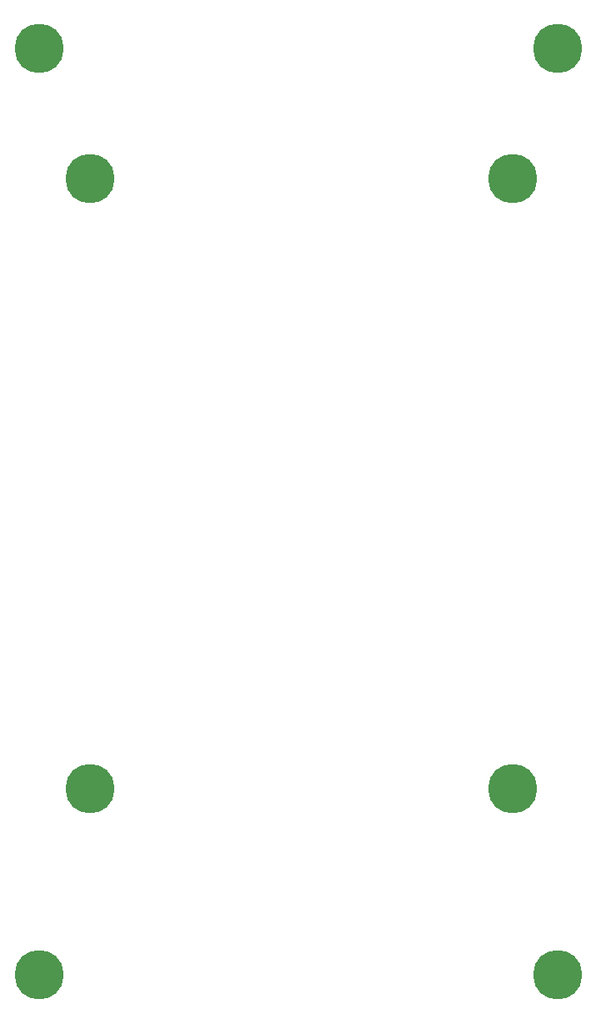
<source format=gbl>
G04 Layer: BottomLayer*
G04 EasyEDA v6.5.29, 2023-07-16 15:11:24*
G04 08c5cc99871a4756a8ffc771c65a72c4,5a6b42c53f6a479593ecc07194224c93,10*
G04 Gerber Generator version 0.2*
G04 Scale: 100 percent, Rotated: No, Reflected: No *
G04 Dimensions in millimeters *
G04 leading zeros omitted , absolute positions ,4 integer and 5 decimal *
%FSLAX45Y45*%
%MOMM*%

%ADD10C,5.0000*%

%LPD*%
D10*
G01*
X469900Y10858500D03*
G01*
X5737199Y10858500D03*
G01*
X471271Y1460500D03*
G01*
X5737199Y1460500D03*
G01*
X5285206Y9543313D03*
G01*
X990600Y9543313D03*
G01*
X5285206Y3352800D03*
G01*
X990600Y3352800D03*
M02*

</source>
